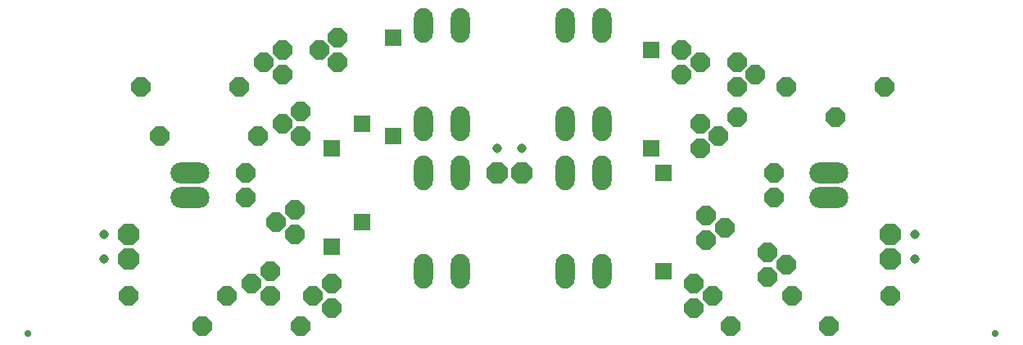
<source format=gbr>
G75*
G70*
%OFA0B0*%
%FSLAX24Y24*%
%IPPOS*%
%LPD*%
%AMOC8*
5,1,8,0,0,1.08239X$1,22.5*
%
%ADD10C,0.0288*%
%ADD11OC8,0.0768*%
%ADD12O,0.0768X0.1408*%
%ADD13OC8,0.0864*%
%ADD14C,0.0384*%
%ADD15O,0.1584X0.0864*%
%ADD16R,0.0672X0.0672*%
D10*
X003371Y002755D03*
X042741Y002755D03*
D11*
X038472Y004286D03*
X035972Y003036D03*
X034472Y004286D03*
X033472Y005036D03*
X034222Y005536D03*
X033472Y006036D03*
X031722Y007036D03*
X030972Y006536D03*
X030972Y007536D03*
X033722Y008286D03*
X033722Y009286D03*
X030722Y010286D03*
X031472Y010786D03*
X030722Y011286D03*
X032222Y011536D03*
X032222Y012786D03*
X032972Y013286D03*
X032222Y013786D03*
X030722Y013786D03*
X029972Y013286D03*
X029972Y014286D03*
X034222Y012786D03*
X036222Y011536D03*
X038222Y012786D03*
X030472Y004786D03*
X031222Y004286D03*
X030472Y003786D03*
X031972Y003036D03*
X015722Y003786D03*
X014972Y004286D03*
X015722Y004786D03*
X013222Y004286D03*
X012472Y004786D03*
X013222Y005286D03*
X011472Y004286D03*
X010472Y003036D03*
X007472Y004286D03*
X014222Y006786D03*
X013472Y007286D03*
X014222Y007786D03*
X012222Y008286D03*
X012222Y009286D03*
X012722Y010786D03*
X013722Y011286D03*
X014472Y011786D03*
X014472Y010786D03*
X011972Y012786D03*
X013722Y013286D03*
X012972Y013786D03*
X013722Y014286D03*
X015222Y014286D03*
X015972Y014786D03*
X015972Y013786D03*
X008722Y010786D03*
X007972Y012786D03*
X014472Y003036D03*
D12*
X019472Y005286D03*
X020972Y005286D03*
X025222Y005286D03*
X026722Y005286D03*
X026722Y009286D03*
X025222Y009286D03*
X020972Y009286D03*
X019472Y009286D03*
X019472Y011286D03*
X020972Y011286D03*
X025222Y011286D03*
X026722Y011286D03*
X026722Y015286D03*
X025222Y015286D03*
X020972Y015286D03*
X019472Y015286D03*
D13*
X022472Y009286D03*
X023472Y009286D03*
X038472Y006786D03*
X038472Y005786D03*
X007472Y005786D03*
X007472Y006786D03*
D14*
X006472Y006786D03*
X006472Y005786D03*
X022472Y010286D03*
X023472Y010286D03*
X039472Y006786D03*
X039472Y005786D03*
D15*
X035972Y008286D03*
X035972Y009286D03*
X009972Y009286D03*
X009972Y008286D03*
D16*
X015722Y006286D03*
X016972Y007286D03*
X015722Y010286D03*
X018222Y010786D03*
X016972Y011286D03*
X018222Y014786D03*
X028722Y014286D03*
X028722Y010286D03*
X029222Y009286D03*
X029222Y005286D03*
M02*

</source>
